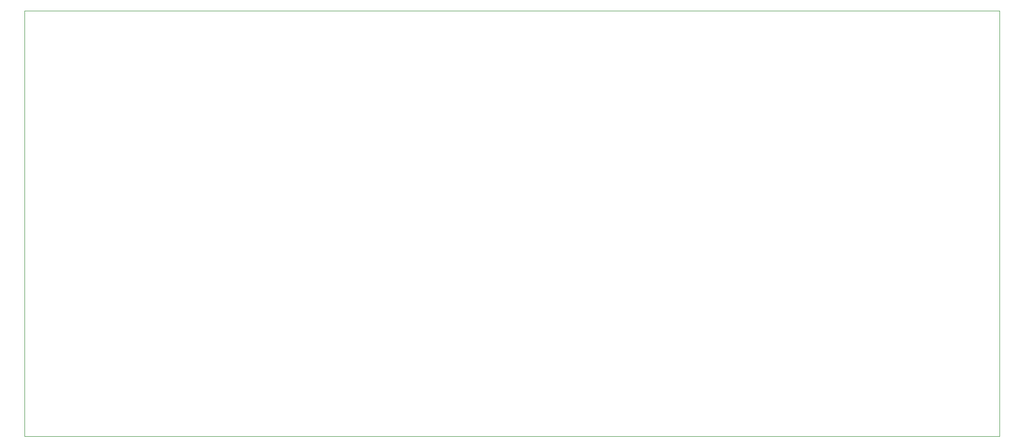
<source format=gm1>
G04 #@! TF.GenerationSoftware,KiCad,Pcbnew,8.0.0*
G04 #@! TF.CreationDate,2025-01-04T20:19:00+01:00*
G04 #@! TF.ProjectId,motherbard,6d6f7468-6572-4626-9172-642e6b696361,rev?*
G04 #@! TF.SameCoordinates,Original*
G04 #@! TF.FileFunction,Profile,NP*
%FSLAX46Y46*%
G04 Gerber Fmt 4.6, Leading zero omitted, Abs format (unit mm)*
G04 Created by KiCad (PCBNEW 8.0.0) date 2025-01-04 20:19:00*
%MOMM*%
%LPD*%
G01*
G04 APERTURE LIST*
G04 #@! TA.AperFunction,Profile*
%ADD10C,0.050000*%
G04 #@! TD*
G04 APERTURE END LIST*
D10*
X46680000Y-59570000D02*
X215200000Y-59570000D01*
X215200000Y-133240000D01*
X46680000Y-133240000D01*
X46680000Y-59570000D01*
M02*

</source>
